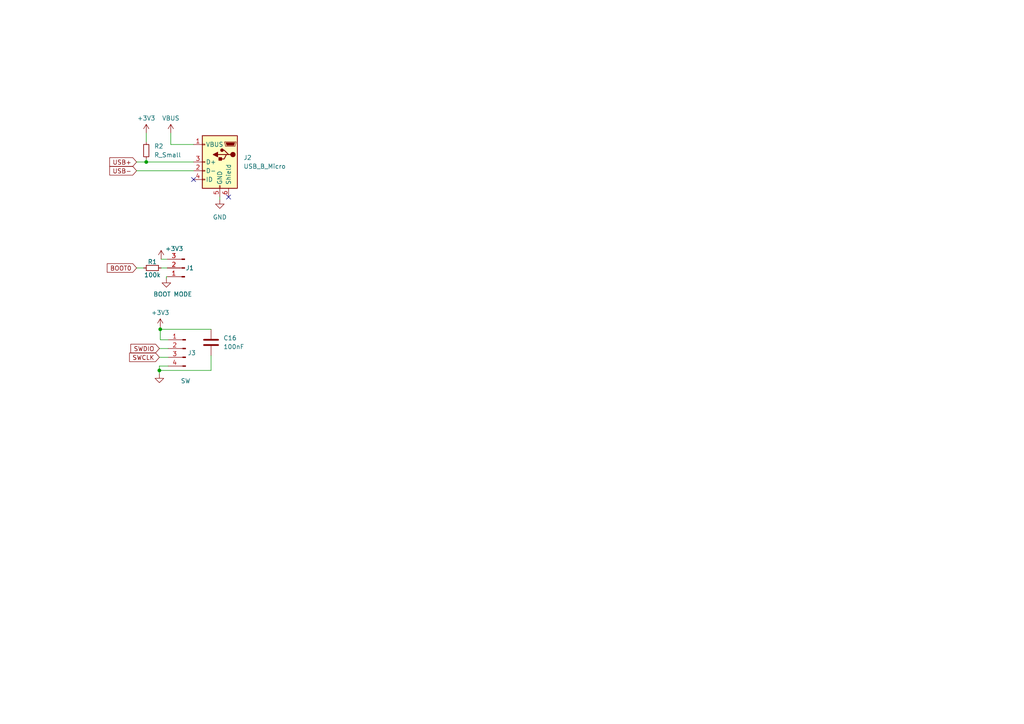
<source format=kicad_sch>
(kicad_sch (version 20230121) (generator eeschema)
  (paper "A4")
  (lib_symbols
    (symbol "Connector:Conn_01x03_Pin" (pin_names (offset 1.016) hide)
      (property "Reference" "J" (at 0 5.08 0))
      (property "Value" "Conn_01x03_Pin" (at 0 -5.08 0))
      (symbol "Conn_01x03_Pin_1_1"
        (polyline (pts (xy 1.27 -2.54) (xy 0.8636 -2.54)) (stroke (width 0.1524)))
        (polyline (pts (xy 1.27 0) (xy 0.8636 0)) (stroke (width 0.1524)))
        (polyline (pts (xy 1.27 2.54) (xy 0.8636 2.54)) (stroke (width 0.1524)))
        (rectangle (start 0.8636 -2.413) (end 0 -2.667) (stroke (width 0.1524)) (fill (type outline)))
        (rectangle (start 0.8636 0.127) (end 0 -0.127) (stroke (width 0.1524)) (fill (type outline)))
        (rectangle (start 0.8636 2.667) (end 0 2.413) (stroke (width 0.1524)) (fill (type outline)))
        (pin passive line (at 5.08 2.54 180) (length 3.81) (name "Pin_1") (number "1"))
        (pin passive line (at 5.08 0 180) (length 3.81) (name "Pin_2") (number "2"))
        (pin passive line (at 5.08 -2.54 180) (length 3.81) (name "Pin_3") (number "3"))
      )
    )
    (symbol "Connector:Conn_01x04_Pin" (pin_names (offset 1.016) hide)
      (property "Reference" "J" (at 0 5.08 0))
      (property "Value" "Conn_01x04_Pin" (at 0 -7.62 0))
      (symbol "Conn_01x04_Pin_1_1"
        (polyline (pts (xy 1.27 -5.08) (xy 0.8636 -5.08)) (stroke (width 0.1524)))
        (polyline (pts (xy 1.27 -2.54) (xy 0.8636 -2.54)) (stroke (width 0.1524)))
        (polyline (pts (xy 1.27 0) (xy 0.8636 0)) (stroke (width 0.1524)))
        (polyline (pts (xy 1.27 2.54) (xy 0.8636 2.54)) (stroke (width 0.1524)))
        (rectangle (start 0.8636 -4.953) (end 0 -5.207) (stroke (width 0.1524)) (fill (type outline)))
        (rectangle (start 0.8636 -2.413) (end 0 -2.667) (stroke (width 0.1524)) (fill (type outline)))
        (rectangle (start 0.8636 0.127) (end 0 -0.127) (stroke (width 0.1524)) (fill (type outline)))
        (rectangle (start 0.8636 2.667) (end 0 2.413) (stroke (width 0.1524)) (fill (type outline)))
        (pin passive line (at 5.08 2.54 180) (length 3.81) (name "Pin_1") (number "1"))
        (pin passive line (at 5.08 0 180) (length 3.81) (name "Pin_2") (number "2"))
        (pin passive line (at 5.08 -2.54 180) (length 3.81) (name "Pin_3") (number "3"))
        (pin passive line (at 5.08 -5.08 180) (length 3.81) (name "Pin_4") (number "4"))
      )
    )
    (symbol "Connector:USB_B_Micro" (pin_names (offset 1.016))
      (property "Reference" "J" (at -5.08 11.43 0))
      (property "Value" "USB_B_Micro" (at -5.08 8.89 0))
      (symbol "USB_B_Micro_0_1"
        (rectangle (start -5.08 -7.62) (end 5.08 7.62) (stroke (width 0.254)) (fill (type background)))
        (circle (center -3.81 2.159) (radius 0.635) (stroke (width 0.254)) (fill (type outline)))
        (circle (center -0.635 3.429) (radius 0.381) (stroke (width 0.254)) (fill (type outline)))
        (rectangle (start -0.127 -7.62) (end 0.127 -6.858))
        (polyline (pts (xy -1.905 2.159) (xy 0.635 2.159)) (stroke (width 0.254)))
        (polyline (pts (xy -3.175 2.159) (xy -2.54 2.159) (xy -1.27 3.429) (xy -0.635 3.429)) (stroke (width 0.254)))
        (polyline (pts (xy -2.54 2.159) (xy -1.905 2.159) (xy -1.27 0.889) (xy 0 0.889)) (stroke (width 0.254)))
        (polyline (pts (xy 0.635 2.794) (xy 0.635 1.524) (xy 1.905 2.159) (xy 0.635 2.794)) (stroke (width 0.254)) (fill (type outline)))
        (polyline (pts (xy -4.318 5.588) (xy -1.778 5.588) (xy -2.032 4.826) (xy -4.064 4.826) (xy -4.318 5.588)) (fill (type outline)))
        (polyline (pts (xy -4.699 5.842) (xy -4.699 5.588) (xy -4.445 4.826) (xy -4.445 4.572) (xy -1.651 4.572) (xy -1.651 4.826) (xy -1.397 5.588) (xy -1.397 5.842) (xy -4.699 5.842)))
        (rectangle (start 0.254 1.27) (end -0.508 0.508) (stroke (width 0.254)) (fill (type outline)))
        (rectangle (start 5.08 -5.207) (end 4.318 -4.953))
        (rectangle (start 5.08 -2.667) (end 4.318 -2.413))
        (rectangle (start 5.08 -0.127) (end 4.318 0.127))
        (rectangle (start 5.08 4.953) (end 4.318 5.207))
      )
      (symbol "USB_B_Micro_1_1"
        (pin power_out line (at 7.62 5.08 180) (length 2.54) (name "VBUS") (number "1"))
        (pin bidirectional line (at 7.62 -2.54 180) (length 2.54) (name "D-") (number "2"))
        (pin bidirectional line (at 7.62 0 180) (length 2.54) (name "D+") (number "3"))
        (pin passive line (at 7.62 -5.08 180) (length 2.54) (name "ID") (number "4"))
        (pin power_out line (at 0 -10.16 90) (length 2.54) (name "GND") (number "5"))
        (pin passive line (at -2.54 -10.16 90) (length 2.54) (name "Shield") (number "6"))
      )
    )
    (symbol "Device:C" (pin_numbers hide) (pin_names (offset 0.254))
      (property "Reference" "C" (at 0.635 2.54 0))
      (property "Value" "C" (at 0.635 -2.54 0))
      (symbol "C_0_1"
        (polyline (pts (xy -2.032 -0.762) (xy 2.032 -0.762)) (stroke (width 0.508)))
        (polyline (pts (xy -2.032 0.762) (xy 2.032 0.762)) (stroke (width 0.508)))
      )
      (symbol "C_1_1"
        (pin passive line (at 0 3.81 270) (length 2.794) (name "~") (number "1"))
        (pin passive line (at 0 -3.81 90) (length 2.794) (name "~") (number "2"))
      )
    )
    (symbol "Device:R_Small" (pin_numbers hide) (pin_names (offset 0.254) hide)
      (property "Reference" "R" (at 0.762 0.508 0))
      (property "Value" "R_Small" (at 0.762 -1.016 0))
      (symbol "R_Small_0_1"
        (rectangle (start -0.762 1.778) (end 0.762 -1.778) (stroke (width 0.2032)))
      )
      (symbol "R_Small_1_1"
        (pin passive line (at 0 2.54 270) (length 0.762) (name "~") (number "1"))
        (pin passive line (at 0 -2.54 90) (length 0.762) (name "~") (number "2"))
      )
    )
    (symbol "power:+3V3" (power) (pin_names (offset 0))
      (property "Value" "+3V3" (at 0 3.556 0))
      (symbol "+3V3_0_1"
        (polyline (pts (xy -0.762 1.27) (xy 0 2.54)))
        (polyline (pts (xy 0 0) (xy 0 2.54)))
        (polyline (pts (xy 0 2.54) (xy 0.762 1.27)))
      )
      (symbol "+3V3_1_1"
        (pin power_in line (at 0 0 90) (length 0) hide (name "+3V3") (number "1"))
      )
    )
    (symbol "power:GND" (power) (pin_names (offset 0))
      (property "Value" "GND" (at 0 -3.81 0))
      (symbol "GND_0_1"
        (polyline (pts (xy 0 0) (xy 0 -1.27) (xy 1.27 -1.27) (xy 0 -2.54) (xy -1.27 -1.27) (xy 0 -1.27)))
      )
      (symbol "GND_1_1"
        (pin power_in line (at 0 0 270) (length 0) hide (name "GND") (number "1"))
      )
    )
    (symbol "power:VBUS" (power) (pin_names (offset 0))
      (property "Value" "VBUS" (at 0 3.81 0))
      (symbol "VBUS_0_1"
        (polyline (pts (xy -0.762 1.27) (xy 0 2.54)))
        (polyline (pts (xy 0 0) (xy 0 2.54)))
        (polyline (pts (xy 0 2.54) (xy 0.762 1.27)))
      )
      (symbol "VBUS_1_1"
        (pin power_in line (at 0 0 90) (length 0) hide (name "VBUS") (number "1"))
      )
    )
  )
  (junction (at 42.418 46.99))
  (junction (at 46.482 95.504))
  (junction (at 46.228 107.442))
  (no_connect (at 66.294 57.15))
  (no_connect (at 56.134 52.07))
  (wire (pts (xy 48.768 103.632) (xy 46.228 103.632)))
  (wire (pts (xy 46.482 94.996) (xy 46.482 95.504)))
  (wire (pts (xy 61.214 107.442) (xy 46.228 107.442)))
  (wire (pts (xy 39.624 49.53) (xy 56.134 49.53)))
  (wire (pts (xy 42.418 46.228) (xy 42.418 46.99)))
  (wire (pts (xy 46.482 95.504) (xy 46.482 98.552)))
  (wire (pts (xy 46.482 98.552) (xy 48.768 98.552)))
  (wire (pts (xy 48.514 77.724) (xy 46.736 77.724)))
  (wire (pts (xy 49.53 41.91) (xy 56.134 41.91)))
  (wire (pts (xy 41.656 77.724) (xy 39.624 77.724)))
  (wire (pts (xy 49.53 38.608) (xy 49.53 41.91)))
  (wire (pts (xy 42.418 46.99) (xy 56.134 46.99)))
  (wire (pts (xy 48.26 80.264) (xy 48.514 80.264)))
  (wire (pts (xy 39.624 46.99) (xy 42.418 46.99)))
  (wire (pts (xy 63.754 57.15) (xy 63.754 57.912)))
  (wire (pts (xy 46.482 95.504) (xy 61.214 95.504)))
  (wire (pts (xy 46.228 106.172) (xy 46.228 107.442)))
  (wire (pts (xy 42.418 38.608) (xy 42.418 41.148)))
  (wire (pts (xy 48.768 101.092) (xy 46.228 101.092)))
  (wire (pts (xy 48.768 106.172) (xy 46.228 106.172)))
  (wire (pts (xy 48.514 75.184) (xy 46.736 75.184)))
  (wire (pts (xy 61.214 103.124) (xy 61.214 107.442)))
  (wire (pts (xy 46.228 107.442) (xy 46.228 108.458)))
  (wire (pts (xy 48.26 80.772) (xy 48.26 80.264)))
  (global_label "BOOT0" (shape input) (at 39.624 77.724 180) (property "Intersheetrefs" "${INTERSHEET_REFS}" (effects hide)))
  (global_label "SWCLK" (shape input) (at 46.228 103.632 180) (property "Intersheetrefs" "${INTERSHEET_REFS}" (effects hide)))
  (global_label "USB+" (shape input) (at 39.624 46.99 180) (property "Intersheetrefs" "${INTERSHEET_REFS}" (effects hide)))
  (global_label "USB-" (shape input) (at 39.624 49.53 180) (property "Intersheetrefs" "${INTERSHEET_REFS}" (effects hide)))
  (global_label "SWDIO" (shape input) (at 46.228 101.092 180) (property "Intersheetrefs" "${INTERSHEET_REFS}" (effects hide)))
  (symbol (lib_id "Device:C") (at 61.214 99.314 0) (unit 1)
    (property "Reference" "C16" (at 64.77 98.044 0) (effects (justify left)))
    (property "Value" "100nF" (at 64.77 100.584 0) (effects (justify left)))
  )
  (symbol (lib_id "Connector:USB_B_Micro") (at 63.754 46.99 0) (mirror y) (unit 1)
    (property "Reference" "J2" (at 70.612 45.72 0) (effects (justify right)))
    (property "Value" "USB_B_Micro" (at 70.612 48.26 0) (effects (justify right)))
  )
  (symbol (lib_id "power:+3V3") (at 46.482 94.996 0) (mirror y) (unit 1)
    (property "Reference" "#PWR012" (effects hide))
    (property "Value" "+3V3" (at 46.482 90.678 0))
    (instances (project "Project232" (path "" (reference "#PWR012") (unit 1)) (path "" (reference "#PWR014") (unit 1))))
  )
  (symbol (lib_id "power:+3V3") (at 42.418 38.608 0) (unit 1)
    (property "Reference" "#PWR012" (effects hide))
    (property "Value" "+3V3" (at 42.418 34.29 0))
    (instances (project "Project232" (path "" (reference "#PWR012") (unit 1)) (path "" (reference "#PWR011") (unit 1))))
  )
  (symbol (lib_id "power:+3V3") (at 46.736 75.184 0) (mirror y) (unit 1)
    (property "Reference" "#PWR010" (effects hide))
    (property "Value" "+3V3" (at 50.546 72.136 0))
  )
  (symbol (lib_id "power:GND") (at 48.26 80.772 0) (mirror y) (unit 1)
    (property "Reference" "#PWR09" (effects hide))
    (property "Value" "GND" (effects hide))
  )
  (symbol (lib_id "Connector:Conn_01x03_Pin") (at 53.594 77.724 180) (unit 1)
    (property "Reference" "J1" (at 53.848 77.724 0) (effects (justify right)))
    (property "Value" "BOOT MODE" (at 44.45 85.344 0) (effects (justify right)))
  )
  (symbol (lib_id "power:GND") (at 63.754 57.912 0) (unit 1)
    (property "Reference" "#PWR013" (effects hide))
    (property "Value" "GND" (at 63.754 62.992 0))
  )
  (symbol (lib_id "Device:R_Small") (at 42.418 43.688 0) (unit 1)
    (property "Reference" "R2" (at 44.704 42.418 0) (effects (justify left)))
    (property "Value" "R_Small" (at 44.704 44.958 0) (effects (justify left)))
  )
  (symbol (lib_id "power:VBUS") (at 49.53 38.608 0) (unit 1)
    (property "Reference" "#PWR011" (effects hide))
    (property "Value" "VBUS" (at 49.53 34.29 0))
    (instances (project "Project232" (path "" (reference "#PWR011") (unit 1)) (path "" (reference "#PWR012") (unit 1))))
  )
  (symbol (lib_id "Connector:Conn_01x04_Pin") (at 53.848 101.092 0) (mirror y) (unit 1)
    (property "Reference" "J3" (at 55.626 102.362 0))
    (property "Value" "SW" (at 53.848 110.49 0))
  )
  (symbol (lib_id "Device:R_Small") (at 44.196 77.724 270) (mirror x) (unit 1)
    (property "Reference" "R1" (at 44.196 75.946 90))
    (property "Value" "100k" (at 44.196 79.756 90))
  )
  (symbol (lib_id "power:GND") (at 46.228 108.458 0) (mirror y) (unit 1)
    (property "Reference" "#PWR09" (effects hide))
    (property "Value" "GND" (effects hide))
    (instances (project "Project232" (path "" (reference "#PWR09") (unit 1)) (path "" (reference "#PWR015") (unit 1))))
  )
)
</source>
